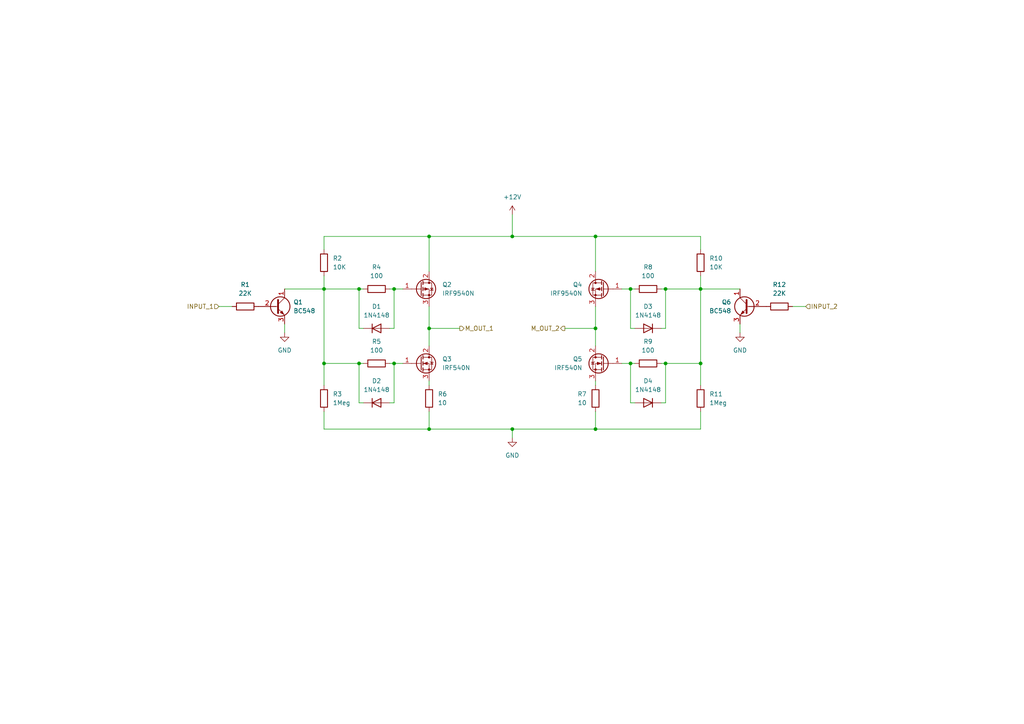
<source format=kicad_sch>
(kicad_sch (version 20211123) (generator eeschema)

  (uuid ad9a1db5-584d-4e03-944e-88ecb819b7c7)

  (paper "A4")

  (title_block
    (title "H-Bridge")
    (date "2022-07-13")
    (rev "2")
    (company "WEEE Open")
  )

  (lib_symbols
    (symbol "Device:R" (pin_numbers hide) (pin_names (offset 0)) (in_bom yes) (on_board yes)
      (property "Reference" "R" (id 0) (at 2.032 0 90)
        (effects (font (size 1.27 1.27)))
      )
      (property "Value" "R" (id 1) (at 0 0 90)
        (effects (font (size 1.27 1.27)))
      )
      (property "Footprint" "" (id 2) (at -1.778 0 90)
        (effects (font (size 1.27 1.27)) hide)
      )
      (property "Datasheet" "~" (id 3) (at 0 0 0)
        (effects (font (size 1.27 1.27)) hide)
      )
      (property "ki_keywords" "R res resistor" (id 4) (at 0 0 0)
        (effects (font (size 1.27 1.27)) hide)
      )
      (property "ki_description" "Resistor" (id 5) (at 0 0 0)
        (effects (font (size 1.27 1.27)) hide)
      )
      (property "ki_fp_filters" "R_*" (id 6) (at 0 0 0)
        (effects (font (size 1.27 1.27)) hide)
      )
      (symbol "R_0_1"
        (rectangle (start -1.016 -2.54) (end 1.016 2.54)
          (stroke (width 0.254) (type default) (color 0 0 0 0))
          (fill (type none))
        )
      )
      (symbol "R_1_1"
        (pin passive line (at 0 3.81 270) (length 1.27)
          (name "~" (effects (font (size 1.27 1.27))))
          (number "1" (effects (font (size 1.27 1.27))))
        )
        (pin passive line (at 0 -3.81 90) (length 1.27)
          (name "~" (effects (font (size 1.27 1.27))))
          (number "2" (effects (font (size 1.27 1.27))))
        )
      )
    )
    (symbol "Diode:1N4148" (pin_numbers hide) (pin_names (offset 1.016) hide) (in_bom yes) (on_board yes)
      (property "Reference" "D" (id 0) (at 0 2.54 0)
        (effects (font (size 1.27 1.27)))
      )
      (property "Value" "1N4148" (id 1) (at 0 -2.54 0)
        (effects (font (size 1.27 1.27)))
      )
      (property "Footprint" "Diode_THT:D_DO-35_SOD27_P7.62mm_Horizontal" (id 2) (at 0 -4.445 0)
        (effects (font (size 1.27 1.27)) hide)
      )
      (property "Datasheet" "https://assets.nexperia.com/documents/data-sheet/1N4148_1N4448.pdf" (id 3) (at 0 0 0)
        (effects (font (size 1.27 1.27)) hide)
      )
      (property "ki_keywords" "diode" (id 4) (at 0 0 0)
        (effects (font (size 1.27 1.27)) hide)
      )
      (property "ki_description" "100V 0.15A standard switching diode, DO-35" (id 5) (at 0 0 0)
        (effects (font (size 1.27 1.27)) hide)
      )
      (property "ki_fp_filters" "D*DO?35*" (id 6) (at 0 0 0)
        (effects (font (size 1.27 1.27)) hide)
      )
      (symbol "1N4148_0_1"
        (polyline
          (pts
            (xy -1.27 1.27)
            (xy -1.27 -1.27)
          )
          (stroke (width 0.254) (type default) (color 0 0 0 0))
          (fill (type none))
        )
        (polyline
          (pts
            (xy 1.27 0)
            (xy -1.27 0)
          )
          (stroke (width 0) (type default) (color 0 0 0 0))
          (fill (type none))
        )
        (polyline
          (pts
            (xy 1.27 1.27)
            (xy 1.27 -1.27)
            (xy -1.27 0)
            (xy 1.27 1.27)
          )
          (stroke (width 0.254) (type default) (color 0 0 0 0))
          (fill (type none))
        )
      )
      (symbol "1N4148_1_1"
        (pin passive line (at -3.81 0 0) (length 2.54)
          (name "K" (effects (font (size 1.27 1.27))))
          (number "1" (effects (font (size 1.27 1.27))))
        )
        (pin passive line (at 3.81 0 180) (length 2.54)
          (name "A" (effects (font (size 1.27 1.27))))
          (number "2" (effects (font (size 1.27 1.27))))
        )
      )
    )
    (symbol "Transistor_BJT:BC548" (pin_names (offset 0) hide) (in_bom yes) (on_board yes)
      (property "Reference" "Q" (id 0) (at 5.08 1.905 0)
        (effects (font (size 1.27 1.27)) (justify left))
      )
      (property "Value" "BC548" (id 1) (at 5.08 0 0)
        (effects (font (size 1.27 1.27)) (justify left))
      )
      (property "Footprint" "Package_TO_SOT_THT:TO-92_Inline" (id 2) (at 5.08 -1.905 0)
        (effects (font (size 1.27 1.27) italic) (justify left) hide)
      )
      (property "Datasheet" "https://www.onsemi.com/pub/Collateral/BC550-D.pdf" (id 3) (at 0 0 0)
        (effects (font (size 1.27 1.27)) (justify left) hide)
      )
      (property "ki_keywords" "NPN Transistor" (id 4) (at 0 0 0)
        (effects (font (size 1.27 1.27)) hide)
      )
      (property "ki_description" "0.1A Ic, 30V Vce, Small Signal NPN Transistor, TO-92" (id 5) (at 0 0 0)
        (effects (font (size 1.27 1.27)) hide)
      )
      (property "ki_fp_filters" "TO?92*" (id 6) (at 0 0 0)
        (effects (font (size 1.27 1.27)) hide)
      )
      (symbol "BC548_0_1"
        (polyline
          (pts
            (xy 0 0)
            (xy 0.635 0)
          )
          (stroke (width 0) (type default) (color 0 0 0 0))
          (fill (type none))
        )
        (polyline
          (pts
            (xy 0.635 0.635)
            (xy 2.54 2.54)
          )
          (stroke (width 0) (type default) (color 0 0 0 0))
          (fill (type none))
        )
        (polyline
          (pts
            (xy 0.635 -0.635)
            (xy 2.54 -2.54)
            (xy 2.54 -2.54)
          )
          (stroke (width 0) (type default) (color 0 0 0 0))
          (fill (type none))
        )
        (polyline
          (pts
            (xy 0.635 1.905)
            (xy 0.635 -1.905)
            (xy 0.635 -1.905)
          )
          (stroke (width 0.508) (type default) (color 0 0 0 0))
          (fill (type none))
        )
        (polyline
          (pts
            (xy 1.27 -1.778)
            (xy 1.778 -1.27)
            (xy 2.286 -2.286)
            (xy 1.27 -1.778)
            (xy 1.27 -1.778)
          )
          (stroke (width 0) (type default) (color 0 0 0 0))
          (fill (type outline))
        )
        (circle (center 1.27 0) (radius 2.8194)
          (stroke (width 0.254) (type default) (color 0 0 0 0))
          (fill (type none))
        )
      )
      (symbol "BC548_1_1"
        (pin passive line (at 2.54 5.08 270) (length 2.54)
          (name "C" (effects (font (size 1.27 1.27))))
          (number "1" (effects (font (size 1.27 1.27))))
        )
        (pin input line (at -5.08 0 0) (length 5.08)
          (name "B" (effects (font (size 1.27 1.27))))
          (number "2" (effects (font (size 1.27 1.27))))
        )
        (pin passive line (at 2.54 -5.08 90) (length 2.54)
          (name "E" (effects (font (size 1.27 1.27))))
          (number "3" (effects (font (size 1.27 1.27))))
        )
      )
    )
    (symbol "Transistor_FET:IRF540N" (pin_names hide) (in_bom yes) (on_board yes)
      (property "Reference" "Q" (id 0) (at 6.35 1.905 0)
        (effects (font (size 1.27 1.27)) (justify left))
      )
      (property "Value" "IRF540N" (id 1) (at 6.35 0 0)
        (effects (font (size 1.27 1.27)) (justify left))
      )
      (property "Footprint" "Package_TO_SOT_THT:TO-220-3_Vertical" (id 2) (at 6.35 -1.905 0)
        (effects (font (size 1.27 1.27) italic) (justify left) hide)
      )
      (property "Datasheet" "http://www.irf.com/product-info/datasheets/data/irf540n.pdf" (id 3) (at 0 0 0)
        (effects (font (size 1.27 1.27)) (justify left) hide)
      )
      (property "ki_keywords" "HEXFET N-Channel MOSFET" (id 4) (at 0 0 0)
        (effects (font (size 1.27 1.27)) hide)
      )
      (property "ki_description" "33A Id, 100V Vds, HEXFET N-Channel MOSFET, TO-220" (id 5) (at 0 0 0)
        (effects (font (size 1.27 1.27)) hide)
      )
      (property "ki_fp_filters" "TO?220*" (id 6) (at 0 0 0)
        (effects (font (size 1.27 1.27)) hide)
      )
      (symbol "IRF540N_0_1"
        (polyline
          (pts
            (xy 0.254 0)
            (xy -2.54 0)
          )
          (stroke (width 0) (type default) (color 0 0 0 0))
          (fill (type none))
        )
        (polyline
          (pts
            (xy 0.254 1.905)
            (xy 0.254 -1.905)
          )
          (stroke (width 0.254) (type default) (color 0 0 0 0))
          (fill (type none))
        )
        (polyline
          (pts
            (xy 0.762 -1.27)
            (xy 0.762 -2.286)
          )
          (stroke (width 0.254) (type default) (color 0 0 0 0))
          (fill (type none))
        )
        (polyline
          (pts
            (xy 0.762 0.508)
            (xy 0.762 -0.508)
          )
          (stroke (width 0.254) (type default) (color 0 0 0 0))
          (fill (type none))
        )
        (polyline
          (pts
            (xy 0.762 2.286)
            (xy 0.762 1.27)
          )
          (stroke (width 0.254) (type default) (color 0 0 0 0))
          (fill (type none))
        )
        (polyline
          (pts
            (xy 2.54 2.54)
            (xy 2.54 1.778)
          )
          (stroke (width 0) (type default) (color 0 0 0 0))
          (fill (type none))
        )
        (polyline
          (pts
            (xy 2.54 -2.54)
            (xy 2.54 0)
            (xy 0.762 0)
          )
          (stroke (width 0) (type default) (color 0 0 0 0))
          (fill (type none))
        )
        (polyline
          (pts
            (xy 0.762 -1.778)
            (xy 3.302 -1.778)
            (xy 3.302 1.778)
            (xy 0.762 1.778)
          )
          (stroke (width 0) (type default) (color 0 0 0 0))
          (fill (type none))
        )
        (polyline
          (pts
            (xy 1.016 0)
            (xy 2.032 0.381)
            (xy 2.032 -0.381)
            (xy 1.016 0)
          )
          (stroke (width 0) (type default) (color 0 0 0 0))
          (fill (type outline))
        )
        (polyline
          (pts
            (xy 2.794 0.508)
            (xy 2.921 0.381)
            (xy 3.683 0.381)
            (xy 3.81 0.254)
          )
          (stroke (width 0) (type default) (color 0 0 0 0))
          (fill (type none))
        )
        (polyline
          (pts
            (xy 3.302 0.381)
            (xy 2.921 -0.254)
            (xy 3.683 -0.254)
            (xy 3.302 0.381)
          )
          (stroke (width 0) (type default) (color 0 0 0 0))
          (fill (type none))
        )
        (circle (center 1.651 0) (radius 2.794)
          (stroke (width 0.254) (type default) (color 0 0 0 0))
          (fill (type none))
        )
        (circle (center 2.54 -1.778) (radius 0.254)
          (stroke (width 0) (type default) (color 0 0 0 0))
          (fill (type outline))
        )
        (circle (center 2.54 1.778) (radius 0.254)
          (stroke (width 0) (type default) (color 0 0 0 0))
          (fill (type outline))
        )
      )
      (symbol "IRF540N_1_1"
        (pin input line (at -5.08 0 0) (length 2.54)
          (name "G" (effects (font (size 1.27 1.27))))
          (number "1" (effects (font (size 1.27 1.27))))
        )
        (pin passive line (at 2.54 5.08 270) (length 2.54)
          (name "D" (effects (font (size 1.27 1.27))))
          (number "2" (effects (font (size 1.27 1.27))))
        )
        (pin passive line (at 2.54 -5.08 90) (length 2.54)
          (name "S" (effects (font (size 1.27 1.27))))
          (number "3" (effects (font (size 1.27 1.27))))
        )
      )
    )
    (symbol "Transistor_FET:IRF9540N" (pin_names hide) (in_bom yes) (on_board yes)
      (property "Reference" "Q" (id 0) (at 5.08 1.905 0)
        (effects (font (size 1.27 1.27)) (justify left))
      )
      (property "Value" "IRF9540N" (id 1) (at 5.08 0 0)
        (effects (font (size 1.27 1.27)) (justify left))
      )
      (property "Footprint" "Package_TO_SOT_THT:TO-220-3_Vertical" (id 2) (at 5.08 -1.905 0)
        (effects (font (size 1.27 1.27) italic) (justify left) hide)
      )
      (property "Datasheet" "http://www.irf.com/product-info/datasheets/data/irf9540n.pdf" (id 3) (at 0 0 0)
        (effects (font (size 1.27 1.27)) (justify left) hide)
      )
      (property "ki_keywords" "P-Channel MOSFET HEXFET" (id 4) (at 0 0 0)
        (effects (font (size 1.27 1.27)) hide)
      )
      (property "ki_description" "-23A Id, -100V Vds, 117mOhm Rds, P-Channel HEXFET Power MOSFET, TO-220" (id 5) (at 0 0 0)
        (effects (font (size 1.27 1.27)) hide)
      )
      (property "ki_fp_filters" "TO?220*" (id 6) (at 0 0 0)
        (effects (font (size 1.27 1.27)) hide)
      )
      (symbol "IRF9540N_0_1"
        (polyline
          (pts
            (xy 0.254 0)
            (xy -2.54 0)
          )
          (stroke (width 0) (type default) (color 0 0 0 0))
          (fill (type none))
        )
        (polyline
          (pts
            (xy 0.254 1.905)
            (xy 0.254 -1.905)
          )
          (stroke (width 0.254) (type default) (color 0 0 0 0))
          (fill (type none))
        )
        (polyline
          (pts
            (xy 0.762 -1.27)
            (xy 0.762 -2.286)
          )
          (stroke (width 0.254) (type default) (color 0 0 0 0))
          (fill (type none))
        )
        (polyline
          (pts
            (xy 0.762 0.508)
            (xy 0.762 -0.508)
          )
          (stroke (width 0.254) (type default) (color 0 0 0 0))
          (fill (type none))
        )
        (polyline
          (pts
            (xy 0.762 2.286)
            (xy 0.762 1.27)
          )
          (stroke (width 0.254) (type default) (color 0 0 0 0))
          (fill (type none))
        )
        (polyline
          (pts
            (xy 2.54 2.54)
            (xy 2.54 1.778)
          )
          (stroke (width 0) (type default) (color 0 0 0 0))
          (fill (type none))
        )
        (polyline
          (pts
            (xy 2.54 -2.54)
            (xy 2.54 0)
            (xy 0.762 0)
          )
          (stroke (width 0) (type default) (color 0 0 0 0))
          (fill (type none))
        )
        (polyline
          (pts
            (xy 0.762 1.778)
            (xy 3.302 1.778)
            (xy 3.302 -1.778)
            (xy 0.762 -1.778)
          )
          (stroke (width 0) (type default) (color 0 0 0 0))
          (fill (type none))
        )
        (polyline
          (pts
            (xy 2.286 0)
            (xy 1.27 0.381)
            (xy 1.27 -0.381)
            (xy 2.286 0)
          )
          (stroke (width 0) (type default) (color 0 0 0 0))
          (fill (type outline))
        )
        (polyline
          (pts
            (xy 2.794 -0.508)
            (xy 2.921 -0.381)
            (xy 3.683 -0.381)
            (xy 3.81 -0.254)
          )
          (stroke (width 0) (type default) (color 0 0 0 0))
          (fill (type none))
        )
        (polyline
          (pts
            (xy 3.302 -0.381)
            (xy 2.921 0.254)
            (xy 3.683 0.254)
            (xy 3.302 -0.381)
          )
          (stroke (width 0) (type default) (color 0 0 0 0))
          (fill (type none))
        )
        (circle (center 1.651 0) (radius 2.794)
          (stroke (width 0.254) (type default) (color 0 0 0 0))
          (fill (type none))
        )
        (circle (center 2.54 -1.778) (radius 0.254)
          (stroke (width 0) (type default) (color 0 0 0 0))
          (fill (type outline))
        )
        (circle (center 2.54 1.778) (radius 0.254)
          (stroke (width 0) (type default) (color 0 0 0 0))
          (fill (type outline))
        )
      )
      (symbol "IRF9540N_1_1"
        (pin input line (at -5.08 0 0) (length 2.54)
          (name "G" (effects (font (size 1.27 1.27))))
          (number "1" (effects (font (size 1.27 1.27))))
        )
        (pin passive line (at 2.54 5.08 270) (length 2.54)
          (name "D" (effects (font (size 1.27 1.27))))
          (number "2" (effects (font (size 1.27 1.27))))
        )
        (pin passive line (at 2.54 -5.08 90) (length 2.54)
          (name "S" (effects (font (size 1.27 1.27))))
          (number "3" (effects (font (size 1.27 1.27))))
        )
      )
    )
    (symbol "power:+12V" (power) (pin_names (offset 0)) (in_bom yes) (on_board yes)
      (property "Reference" "#PWR" (id 0) (at 0 -3.81 0)
        (effects (font (size 1.27 1.27)) hide)
      )
      (property "Value" "+12V" (id 1) (at 0 3.556 0)
        (effects (font (size 1.27 1.27)))
      )
      (property "Footprint" "" (id 2) (at 0 0 0)
        (effects (font (size 1.27 1.27)) hide)
      )
      (property "Datasheet" "" (id 3) (at 0 0 0)
        (effects (font (size 1.27 1.27)) hide)
      )
      (property "ki_keywords" "power-flag" (id 4) (at 0 0 0)
        (effects (font (size 1.27 1.27)) hide)
      )
      (property "ki_description" "Power symbol creates a global label with name \"+12V\"" (id 5) (at 0 0 0)
        (effects (font (size 1.27 1.27)) hide)
      )
      (symbol "+12V_0_1"
        (polyline
          (pts
            (xy -0.762 1.27)
            (xy 0 2.54)
          )
          (stroke (width 0) (type default) (color 0 0 0 0))
          (fill (type none))
        )
        (polyline
          (pts
            (xy 0 0)
            (xy 0 2.54)
          )
          (stroke (width 0) (type default) (color 0 0 0 0))
          (fill (type none))
        )
        (polyline
          (pts
            (xy 0 2.54)
            (xy 0.762 1.27)
          )
          (stroke (width 0) (type default) (color 0 0 0 0))
          (fill (type none))
        )
      )
      (symbol "+12V_1_1"
        (pin power_in line (at 0 0 90) (length 0) hide
          (name "+12V" (effects (font (size 1.27 1.27))))
          (number "1" (effects (font (size 1.27 1.27))))
        )
      )
    )
    (symbol "power:GND" (power) (pin_names (offset 0)) (in_bom yes) (on_board yes)
      (property "Reference" "#PWR" (id 0) (at 0 -6.35 0)
        (effects (font (size 1.27 1.27)) hide)
      )
      (property "Value" "GND" (id 1) (at 0 -3.81 0)
        (effects (font (size 1.27 1.27)))
      )
      (property "Footprint" "" (id 2) (at 0 0 0)
        (effects (font (size 1.27 1.27)) hide)
      )
      (property "Datasheet" "" (id 3) (at 0 0 0)
        (effects (font (size 1.27 1.27)) hide)
      )
      (property "ki_keywords" "power-flag" (id 4) (at 0 0 0)
        (effects (font (size 1.27 1.27)) hide)
      )
      (property "ki_description" "Power symbol creates a global label with name \"GND\" , ground" (id 5) (at 0 0 0)
        (effects (font (size 1.27 1.27)) hide)
      )
      (symbol "GND_0_1"
        (polyline
          (pts
            (xy 0 0)
            (xy 0 -1.27)
            (xy 1.27 -1.27)
            (xy 0 -2.54)
            (xy -1.27 -1.27)
            (xy 0 -1.27)
          )
          (stroke (width 0) (type default) (color 0 0 0 0))
          (fill (type none))
        )
      )
      (symbol "GND_1_1"
        (pin power_in line (at 0 0 270) (length 0) hide
          (name "GND" (effects (font (size 1.27 1.27))))
          (number "1" (effects (font (size 1.27 1.27))))
        )
      )
    )
  )

  (junction (at 172.72 124.46) (diameter 0) (color 0 0 0 0)
    (uuid 03eb4686-d1c5-41cb-9d98-a7adc9fc0c2a)
  )
  (junction (at 124.46 95.25) (diameter 0) (color 0 0 0 0)
    (uuid 12f166da-f35e-41c4-b17e-c9e5d805a920)
  )
  (junction (at 203.2 83.82) (diameter 0) (color 0 0 0 0)
    (uuid 357539a4-3490-4b5a-bacf-d7b01456e747)
  )
  (junction (at 203.2 105.41) (diameter 0) (color 0 0 0 0)
    (uuid 3fd6d5bd-2b0b-4bd7-9ccc-502769235ece)
  )
  (junction (at 182.88 83.82) (diameter 0) (color 0 0 0 0)
    (uuid 68324b56-b2f5-49e2-bb77-9b7c7b9f7fa0)
  )
  (junction (at 124.46 124.46) (diameter 0) (color 0 0 0 0)
    (uuid 764822af-c993-467d-bfbb-3adf9d256a98)
  )
  (junction (at 148.59 68.58) (diameter 0) (color 0 0 0 0)
    (uuid 8f7bc349-64c0-4fbc-9e33-5285ada75a25)
  )
  (junction (at 93.98 83.82) (diameter 0) (color 0 0 0 0)
    (uuid 953e84ea-b277-4f86-8d2d-bcd114db5f66)
  )
  (junction (at 114.3 105.41) (diameter 0) (color 0 0 0 0)
    (uuid 965a76e5-cb17-479f-a43f-f64770177dcf)
  )
  (junction (at 172.72 68.58) (diameter 0) (color 0 0 0 0)
    (uuid 996c8efe-1322-4496-82c3-734a1174d430)
  )
  (junction (at 182.88 105.41) (diameter 0) (color 0 0 0 0)
    (uuid b23ca4fa-02c0-463c-a6ac-bf7292943771)
  )
  (junction (at 114.3 83.82) (diameter 0) (color 0 0 0 0)
    (uuid b72aedd3-0654-4e1d-bb32-3c37067f251e)
  )
  (junction (at 93.98 105.41) (diameter 0) (color 0 0 0 0)
    (uuid b9b2fc33-2215-4991-ae1e-70c075a09fc6)
  )
  (junction (at 104.14 83.82) (diameter 0) (color 0 0 0 0)
    (uuid d1e500d3-1a3a-4b6f-ad61-22774cb3389a)
  )
  (junction (at 193.04 105.41) (diameter 0) (color 0 0 0 0)
    (uuid d57a5734-2475-40ef-b810-a931637869bd)
  )
  (junction (at 148.59 124.46) (diameter 0) (color 0 0 0 0)
    (uuid d6e24702-7eb2-429f-9f9c-fa0ed1acb556)
  )
  (junction (at 172.72 95.25) (diameter 0) (color 0 0 0 0)
    (uuid d7a70c86-c8e9-421a-b7af-e63995088b00)
  )
  (junction (at 124.46 68.58) (diameter 0) (color 0 0 0 0)
    (uuid d9e5b205-af7f-4c05-b914-64370c997467)
  )
  (junction (at 193.04 83.82) (diameter 0) (color 0 0 0 0)
    (uuid e183c86e-2df8-4f3b-a66f-db09c45648fc)
  )
  (junction (at 104.14 105.41) (diameter 0) (color 0 0 0 0)
    (uuid ebe2952c-c05a-40dc-a37d-44d87d101177)
  )

  (wire (pts (xy 104.14 105.41) (xy 105.41 105.41))
    (stroke (width 0) (type default) (color 0 0 0 0))
    (uuid 0070d523-f76c-4538-b9cc-dc78879f2399)
  )
  (wire (pts (xy 124.46 110.49) (xy 124.46 111.76))
    (stroke (width 0) (type default) (color 0 0 0 0))
    (uuid 05220893-981f-4ec5-bb31-256657b4b68a)
  )
  (wire (pts (xy 203.2 83.82) (xy 193.04 83.82))
    (stroke (width 0) (type default) (color 0 0 0 0))
    (uuid 058e2d36-e41d-40c7-86d5-4c4a15682831)
  )
  (wire (pts (xy 113.03 95.25) (xy 114.3 95.25))
    (stroke (width 0) (type default) (color 0 0 0 0))
    (uuid 0601cc7a-c004-472e-88af-714a3be58059)
  )
  (wire (pts (xy 172.72 124.46) (xy 148.59 124.46))
    (stroke (width 0) (type default) (color 0 0 0 0))
    (uuid 09abdd06-3b2d-476b-8b97-f265c5b44446)
  )
  (wire (pts (xy 93.98 83.82) (xy 104.14 83.82))
    (stroke (width 0) (type default) (color 0 0 0 0))
    (uuid 0c503fdc-d2b2-430b-9ee1-705ae03b2714)
  )
  (wire (pts (xy 114.3 105.41) (xy 116.84 105.41))
    (stroke (width 0) (type default) (color 0 0 0 0))
    (uuid 1902abe0-7e16-4845-b967-fec069e0fba5)
  )
  (wire (pts (xy 184.15 105.41) (xy 182.88 105.41))
    (stroke (width 0) (type default) (color 0 0 0 0))
    (uuid 2105bed1-4c41-4b79-a3e1-e280380a145a)
  )
  (wire (pts (xy 124.46 95.25) (xy 124.46 100.33))
    (stroke (width 0) (type default) (color 0 0 0 0))
    (uuid 24570bef-cafb-4578-94e3-06d2d12119f1)
  )
  (wire (pts (xy 203.2 68.58) (xy 172.72 68.58))
    (stroke (width 0) (type default) (color 0 0 0 0))
    (uuid 28917214-c231-4e04-9068-eab4dd4a0bec)
  )
  (wire (pts (xy 93.98 83.82) (xy 82.55 83.82))
    (stroke (width 0) (type default) (color 0 0 0 0))
    (uuid 2ac25afc-7a96-44e9-ac2a-cdddf448b4f3)
  )
  (wire (pts (xy 182.88 116.84) (xy 182.88 105.41))
    (stroke (width 0) (type default) (color 0 0 0 0))
    (uuid 2cff3c2d-3ffd-454a-939f-fdee8e1d7de0)
  )
  (wire (pts (xy 93.98 105.41) (xy 93.98 111.76))
    (stroke (width 0) (type default) (color 0 0 0 0))
    (uuid 2e6dff72-bdeb-47a2-89bc-c82caeab8b01)
  )
  (wire (pts (xy 191.77 116.84) (xy 193.04 116.84))
    (stroke (width 0) (type default) (color 0 0 0 0))
    (uuid 2fd0bb96-a3d8-42c2-91d3-651c9b9ef46f)
  )
  (wire (pts (xy 124.46 124.46) (xy 148.59 124.46))
    (stroke (width 0) (type default) (color 0 0 0 0))
    (uuid 37155aed-dd81-4932-a0b9-45f5e5661448)
  )
  (wire (pts (xy 203.2 83.82) (xy 214.63 83.82))
    (stroke (width 0) (type default) (color 0 0 0 0))
    (uuid 39eb1ead-a1f2-48b8-ac52-844228e31f81)
  )
  (wire (pts (xy 124.46 119.38) (xy 124.46 124.46))
    (stroke (width 0) (type default) (color 0 0 0 0))
    (uuid 3a355772-2efc-48d8-93cd-7c86be051493)
  )
  (wire (pts (xy 172.72 119.38) (xy 172.72 124.46))
    (stroke (width 0) (type default) (color 0 0 0 0))
    (uuid 3a4ea3bf-6539-4278-a2f4-a65211e540cb)
  )
  (wire (pts (xy 114.3 116.84) (xy 114.3 105.41))
    (stroke (width 0) (type default) (color 0 0 0 0))
    (uuid 3ac18e3b-9ea3-4ff5-a523-790568e332d0)
  )
  (wire (pts (xy 203.2 105.41) (xy 203.2 83.82))
    (stroke (width 0) (type default) (color 0 0 0 0))
    (uuid 4434dcdd-6faa-40aa-84d8-ef8d1f59eefb)
  )
  (wire (pts (xy 113.03 105.41) (xy 114.3 105.41))
    (stroke (width 0) (type default) (color 0 0 0 0))
    (uuid 4852c4cc-964a-4bf6-ad57-08b4232bcab7)
  )
  (wire (pts (xy 104.14 95.25) (xy 104.14 83.82))
    (stroke (width 0) (type default) (color 0 0 0 0))
    (uuid 4c5df7a3-46b5-4288-b85f-de21b761146e)
  )
  (wire (pts (xy 124.46 68.58) (xy 148.59 68.58))
    (stroke (width 0) (type default) (color 0 0 0 0))
    (uuid 4dd55b2f-23b7-4ce2-b9c7-4a381fd278c6)
  )
  (wire (pts (xy 193.04 116.84) (xy 193.04 105.41))
    (stroke (width 0) (type default) (color 0 0 0 0))
    (uuid 535f60b8-505c-43f9-bd07-61d0e7f0c962)
  )
  (wire (pts (xy 93.98 124.46) (xy 124.46 124.46))
    (stroke (width 0) (type default) (color 0 0 0 0))
    (uuid 53b52dbe-2191-492e-8973-f118fee8ed99)
  )
  (wire (pts (xy 191.77 95.25) (xy 193.04 95.25))
    (stroke (width 0) (type default) (color 0 0 0 0))
    (uuid 55762db1-d548-4655-b169-50eba52ec63f)
  )
  (wire (pts (xy 172.72 88.9) (xy 172.72 95.25))
    (stroke (width 0) (type default) (color 0 0 0 0))
    (uuid 596d5e73-3c06-4fbc-a52a-979390926f86)
  )
  (wire (pts (xy 203.2 119.38) (xy 203.2 124.46))
    (stroke (width 0) (type default) (color 0 0 0 0))
    (uuid 5c7d4f0d-fa96-4d04-aa29-b04990f22d34)
  )
  (wire (pts (xy 203.2 105.41) (xy 203.2 111.76))
    (stroke (width 0) (type default) (color 0 0 0 0))
    (uuid 6769cb9d-ba5c-42eb-8b13-6caa4e10d7f2)
  )
  (wire (pts (xy 93.98 72.39) (xy 93.98 68.58))
    (stroke (width 0) (type default) (color 0 0 0 0))
    (uuid 6c107961-53d3-4e8c-aefc-76e1cacac5ea)
  )
  (wire (pts (xy 148.59 62.23) (xy 148.59 68.58))
    (stroke (width 0) (type default) (color 0 0 0 0))
    (uuid 6ea7a2b5-1cb3-4f7e-9a01-20565cd7bf5e)
  )
  (wire (pts (xy 124.46 95.25) (xy 133.35 95.25))
    (stroke (width 0) (type default) (color 0 0 0 0))
    (uuid 71a97e8f-8d2c-4c04-a310-c57ce82fed3d)
  )
  (wire (pts (xy 113.03 83.82) (xy 114.3 83.82))
    (stroke (width 0) (type default) (color 0 0 0 0))
    (uuid 71dd092a-697f-4e7e-9fb4-a4b61f542af7)
  )
  (wire (pts (xy 182.88 95.25) (xy 182.88 83.82))
    (stroke (width 0) (type default) (color 0 0 0 0))
    (uuid 74c4ae57-dc0a-4027-bf2b-9106392b7f09)
  )
  (wire (pts (xy 63.5 88.9) (xy 67.31 88.9))
    (stroke (width 0) (type default) (color 0 0 0 0))
    (uuid 81982ccc-4654-4414-a678-a2ef071b0834)
  )
  (wire (pts (xy 114.3 95.25) (xy 114.3 83.82))
    (stroke (width 0) (type default) (color 0 0 0 0))
    (uuid 8410964b-521b-498d-9eff-038a7209f1a5)
  )
  (wire (pts (xy 104.14 83.82) (xy 105.41 83.82))
    (stroke (width 0) (type default) (color 0 0 0 0))
    (uuid 8520024b-1261-490d-9e86-e9591826c5d2)
  )
  (wire (pts (xy 182.88 83.82) (xy 180.34 83.82))
    (stroke (width 0) (type default) (color 0 0 0 0))
    (uuid 869193e4-c005-4732-871e-750f883dad16)
  )
  (wire (pts (xy 184.15 116.84) (xy 182.88 116.84))
    (stroke (width 0) (type default) (color 0 0 0 0))
    (uuid 86d8b9a4-a7e3-4a81-871a-6c51e94b4c32)
  )
  (wire (pts (xy 214.63 93.98) (xy 214.63 96.52))
    (stroke (width 0) (type default) (color 0 0 0 0))
    (uuid 870299a3-c55f-4247-8eea-8a6447e51d95)
  )
  (wire (pts (xy 193.04 105.41) (xy 191.77 105.41))
    (stroke (width 0) (type default) (color 0 0 0 0))
    (uuid 8ab361a7-9567-4620-852b-16e8af915e78)
  )
  (wire (pts (xy 233.68 88.9) (xy 229.87 88.9))
    (stroke (width 0) (type default) (color 0 0 0 0))
    (uuid 8c194d77-666a-47df-ac99-adc186957b5a)
  )
  (wire (pts (xy 172.72 95.25) (xy 163.83 95.25))
    (stroke (width 0) (type default) (color 0 0 0 0))
    (uuid 8dfabb03-f712-4420-9a17-a7c3389b9b0b)
  )
  (wire (pts (xy 172.72 95.25) (xy 172.72 100.33))
    (stroke (width 0) (type default) (color 0 0 0 0))
    (uuid 901ff62c-840a-42ba-b68a-3055188f6af9)
  )
  (wire (pts (xy 182.88 105.41) (xy 180.34 105.41))
    (stroke (width 0) (type default) (color 0 0 0 0))
    (uuid 92e91000-baed-441b-ba59-035b9f0a40e7)
  )
  (wire (pts (xy 172.72 110.49) (xy 172.72 111.76))
    (stroke (width 0) (type default) (color 0 0 0 0))
    (uuid 9321d4a1-76ec-459c-aa84-eb65cc5880a4)
  )
  (wire (pts (xy 93.98 105.41) (xy 93.98 83.82))
    (stroke (width 0) (type default) (color 0 0 0 0))
    (uuid 93891f54-173c-436f-b6a6-130f5745802b)
  )
  (wire (pts (xy 193.04 105.41) (xy 203.2 105.41))
    (stroke (width 0) (type default) (color 0 0 0 0))
    (uuid 95704304-da64-4fa1-8862-1a95014d2811)
  )
  (wire (pts (xy 104.14 116.84) (xy 104.14 105.41))
    (stroke (width 0) (type default) (color 0 0 0 0))
    (uuid 99c61441-9d80-4025-85db-302d271bf2e0)
  )
  (wire (pts (xy 203.2 124.46) (xy 172.72 124.46))
    (stroke (width 0) (type default) (color 0 0 0 0))
    (uuid ac85269b-ef18-496d-bcfc-05e6a2522979)
  )
  (wire (pts (xy 148.59 124.46) (xy 148.59 127))
    (stroke (width 0) (type default) (color 0 0 0 0))
    (uuid ad014fff-754b-4cfd-a16b-c364b845981a)
  )
  (wire (pts (xy 184.15 95.25) (xy 182.88 95.25))
    (stroke (width 0) (type default) (color 0 0 0 0))
    (uuid b7954d70-2400-4663-9a33-409bc25c35b8)
  )
  (wire (pts (xy 193.04 83.82) (xy 191.77 83.82))
    (stroke (width 0) (type default) (color 0 0 0 0))
    (uuid bc4a173d-d7f5-4cb7-a61b-dd878de8277a)
  )
  (wire (pts (xy 172.72 68.58) (xy 172.72 78.74))
    (stroke (width 0) (type default) (color 0 0 0 0))
    (uuid beca4077-15cc-470b-822b-9fc977981de2)
  )
  (wire (pts (xy 172.72 68.58) (xy 148.59 68.58))
    (stroke (width 0) (type default) (color 0 0 0 0))
    (uuid c0733117-5f4f-4182-9946-0e1aad4653cb)
  )
  (wire (pts (xy 113.03 116.84) (xy 114.3 116.84))
    (stroke (width 0) (type default) (color 0 0 0 0))
    (uuid c26dc31b-57e4-432a-b983-1c6aa98aa28c)
  )
  (wire (pts (xy 193.04 95.25) (xy 193.04 83.82))
    (stroke (width 0) (type default) (color 0 0 0 0))
    (uuid c54a9df3-b11f-4f3a-97f8-29da5093871b)
  )
  (wire (pts (xy 124.46 88.9) (xy 124.46 95.25))
    (stroke (width 0) (type default) (color 0 0 0 0))
    (uuid ca841ffc-94ed-4ea9-980e-1b2e10eb25fd)
  )
  (wire (pts (xy 93.98 68.58) (xy 124.46 68.58))
    (stroke (width 0) (type default) (color 0 0 0 0))
    (uuid d78240c9-1426-4fda-a7d7-414ddeb9d279)
  )
  (wire (pts (xy 93.98 119.38) (xy 93.98 124.46))
    (stroke (width 0) (type default) (color 0 0 0 0))
    (uuid dbcbf440-4625-44ec-b00e-a6c9c1bc63d1)
  )
  (wire (pts (xy 124.46 68.58) (xy 124.46 78.74))
    (stroke (width 0) (type default) (color 0 0 0 0))
    (uuid dd12fd66-3d53-445a-a964-98e75d73bdb5)
  )
  (wire (pts (xy 114.3 83.82) (xy 116.84 83.82))
    (stroke (width 0) (type default) (color 0 0 0 0))
    (uuid de760b52-f291-447f-a834-4682bbe5c7f6)
  )
  (wire (pts (xy 93.98 80.01) (xy 93.98 83.82))
    (stroke (width 0) (type default) (color 0 0 0 0))
    (uuid e8018c42-2051-43a0-939d-4157177db3d0)
  )
  (wire (pts (xy 105.41 116.84) (xy 104.14 116.84))
    (stroke (width 0) (type default) (color 0 0 0 0))
    (uuid ea09f810-f1b0-4ca4-b5db-5a29a1c4cb13)
  )
  (wire (pts (xy 104.14 105.41) (xy 93.98 105.41))
    (stroke (width 0) (type default) (color 0 0 0 0))
    (uuid ea98bb04-5797-49b3-9783-a48da6869b61)
  )
  (wire (pts (xy 203.2 72.39) (xy 203.2 68.58))
    (stroke (width 0) (type default) (color 0 0 0 0))
    (uuid ed118126-deec-4b1b-91b1-880704bfada3)
  )
  (wire (pts (xy 105.41 95.25) (xy 104.14 95.25))
    (stroke (width 0) (type default) (color 0 0 0 0))
    (uuid edf68589-694d-450c-bafa-ebfedcd36d95)
  )
  (wire (pts (xy 184.15 83.82) (xy 182.88 83.82))
    (stroke (width 0) (type default) (color 0 0 0 0))
    (uuid f2a05213-e5e7-4728-84c2-5801804051a5)
  )
  (wire (pts (xy 203.2 80.01) (xy 203.2 83.82))
    (stroke (width 0) (type default) (color 0 0 0 0))
    (uuid f75a76d1-42e8-4662-abc6-37800f011fff)
  )
  (wire (pts (xy 82.55 93.98) (xy 82.55 96.52))
    (stroke (width 0) (type default) (color 0 0 0 0))
    (uuid fb3ece0a-9c7e-44eb-b9c7-8d1bdc600812)
  )

  (hierarchical_label "M_OUT_2" (shape output) (at 163.83 95.25 180)
    (effects (font (size 1.27 1.27)) (justify right))
    (uuid 0c01f006-44cd-4320-9649-f562efbbab87)
  )
  (hierarchical_label "INPUT_1" (shape input) (at 63.5 88.9 180)
    (effects (font (size 1.27 1.27)) (justify right))
    (uuid 103e2210-d750-41f7-8452-921ade1576a9)
  )
  (hierarchical_label "INPUT_2" (shape input) (at 233.68 88.9 0)
    (effects (font (size 1.27 1.27)) (justify left))
    (uuid 3b4ae184-57fe-404b-b467-a09201e06db9)
  )
  (hierarchical_label "M_OUT_1" (shape output) (at 133.35 95.25 0)
    (effects (font (size 1.27 1.27)) (justify left))
    (uuid 686a6b69-5402-42c7-b53c-806408de62ea)
  )

  (symbol (lib_id "power:GND") (at 214.63 96.52 0) (mirror y) (unit 1)
    (in_bom yes) (on_board yes) (fields_autoplaced)
    (uuid 0156f5d6-648a-4679-952d-3a35fa79cb8a)
    (property "Reference" "#PWR06" (id 0) (at 214.63 102.87 0)
      (effects (font (size 1.27 1.27)) hide)
    )
    (property "Value" "~" (id 1) (at 214.63 101.6 0))
    (property "Footprint" "" (id 2) (at 214.63 96.52 0)
      (effects (font (size 1.27 1.27)) hide)
    )
    (property "Datasheet" "" (id 3) (at 214.63 96.52 0)
      (effects (font (size 1.27 1.27)) hide)
    )
    (pin "1" (uuid 7766f272-18aa-4318-be1c-2c14049daa28))
  )

  (symbol (lib_id "Device:R") (at 187.96 105.41 270) (mirror x) (unit 1)
    (in_bom yes) (on_board yes) (fields_autoplaced)
    (uuid 048a8591-9214-4af5-b618-b487cf9f78f2)
    (property "Reference" "R9" (id 0) (at 187.96 99.06 90))
    (property "Value" "100" (id 1) (at 187.96 101.6 90))
    (property "Footprint" "" (id 2) (at 187.96 107.188 90)
      (effects (font (size 1.27 1.27)) hide)
    )
    (property "Datasheet" "~" (id 3) (at 187.96 105.41 0)
      (effects (font (size 1.27 1.27)) hide)
    )
    (pin "1" (uuid 7391696e-e21e-4b27-9f69-e03d307cdfc7))
    (pin "2" (uuid 0528e9bf-8b0f-4806-8f5a-35b67e7c3cb0))
  )

  (symbol (lib_id "Device:R") (at 226.06 88.9 270) (mirror x) (unit 1)
    (in_bom yes) (on_board yes) (fields_autoplaced)
    (uuid 15f302fd-e56e-4d1c-b686-b44a2ded4f03)
    (property "Reference" "R12" (id 0) (at 226.06 82.55 90))
    (property "Value" "22K" (id 1) (at 226.06 85.09 90))
    (property "Footprint" "" (id 2) (at 226.06 90.678 90)
      (effects (font (size 1.27 1.27)) hide)
    )
    (property "Datasheet" "~" (id 3) (at 226.06 88.9 0)
      (effects (font (size 1.27 1.27)) hide)
    )
    (pin "1" (uuid a2f3d07d-4ac9-4edc-ba8e-7d6a0e8fbe05))
    (pin "2" (uuid 57555e70-aa45-4b18-b867-6cebf2f204c8))
  )

  (symbol (lib_id "power:GND") (at 82.55 96.52 0) (unit 1)
    (in_bom yes) (on_board yes) (fields_autoplaced)
    (uuid 198c5cea-d7ea-475d-83ac-52aef834a449)
    (property "Reference" "#PWR03" (id 0) (at 82.55 102.87 0)
      (effects (font (size 1.27 1.27)) hide)
    )
    (property "Value" "~" (id 1) (at 82.55 101.6 0))
    (property "Footprint" "" (id 2) (at 82.55 96.52 0)
      (effects (font (size 1.27 1.27)) hide)
    )
    (property "Datasheet" "" (id 3) (at 82.55 96.52 0)
      (effects (font (size 1.27 1.27)) hide)
    )
    (pin "1" (uuid 21dd70c2-a0a6-4909-b644-e7ea9b24684a))
  )

  (symbol (lib_id "Transistor_FET:IRF540N") (at 121.92 105.41 0) (unit 1)
    (in_bom yes) (on_board yes) (fields_autoplaced)
    (uuid 1d88373c-3c78-4860-ba9c-9b583a43caa4)
    (property "Reference" "Q3" (id 0) (at 128.27 104.1399 0)
      (effects (font (size 1.27 1.27)) (justify left))
    )
    (property "Value" "IRF540N" (id 1) (at 128.27 106.6799 0)
      (effects (font (size 1.27 1.27)) (justify left))
    )
    (property "Footprint" "Package_TO_SOT_THT:TO-220-3_Vertical" (id 2) (at 128.27 107.315 0)
      (effects (font (size 1.27 1.27) italic) (justify left) hide)
    )
    (property "Datasheet" "http://www.irf.com/product-info/datasheets/data/irf540n.pdf" (id 3) (at 121.92 105.41 0)
      (effects (font (size 1.27 1.27)) (justify left) hide)
    )
    (pin "1" (uuid 7a420162-70ff-4ac1-b2cb-5f94a7756c64))
    (pin "2" (uuid ba832570-786b-4b62-bd9b-194e6315a834))
    (pin "3" (uuid e01102db-db5a-4589-b108-3642e6d78320))
  )

  (symbol (lib_id "Device:R") (at 109.22 83.82 90) (unit 1)
    (in_bom yes) (on_board yes) (fields_autoplaced)
    (uuid 29a6c22a-7668-43b2-8761-84381278ab1a)
    (property "Reference" "R4" (id 0) (at 109.22 77.47 90))
    (property "Value" "100" (id 1) (at 109.22 80.01 90))
    (property "Footprint" "" (id 2) (at 109.22 85.598 90)
      (effects (font (size 1.27 1.27)) hide)
    )
    (property "Datasheet" "~" (id 3) (at 109.22 83.82 0)
      (effects (font (size 1.27 1.27)) hide)
    )
    (pin "1" (uuid d33662fc-603f-4650-bf7a-b0df840b6350))
    (pin "2" (uuid 03d109b8-841e-468d-b44c-213e56577f62))
  )

  (symbol (lib_id "Device:R") (at 93.98 76.2 0) (unit 1)
    (in_bom yes) (on_board yes) (fields_autoplaced)
    (uuid 2a42fdac-4719-4882-adb1-179d09119b1d)
    (property "Reference" "R2" (id 0) (at 96.52 74.9299 0)
      (effects (font (size 1.27 1.27)) (justify left))
    )
    (property "Value" "10K" (id 1) (at 96.52 77.4699 0)
      (effects (font (size 1.27 1.27)) (justify left))
    )
    (property "Footprint" "" (id 2) (at 92.202 76.2 90)
      (effects (font (size 1.27 1.27)) hide)
    )
    (property "Datasheet" "~" (id 3) (at 93.98 76.2 0)
      (effects (font (size 1.27 1.27)) hide)
    )
    (pin "1" (uuid 1183c0c6-7b97-4020-a0d4-08b7241acc34))
    (pin "2" (uuid e2d5931b-05a5-4dda-b7d8-d3506fe89843))
  )

  (symbol (lib_id "power:+12V") (at 148.59 62.23 0) (unit 1)
    (in_bom yes) (on_board yes) (fields_autoplaced)
    (uuid 35689522-ba9e-4903-9c6c-4d3fab05a7ba)
    (property "Reference" "#PWR04" (id 0) (at 148.59 66.04 0)
      (effects (font (size 1.27 1.27)) hide)
    )
    (property "Value" "+12V" (id 1) (at 148.59 57.15 0))
    (property "Footprint" "" (id 2) (at 148.59 62.23 0)
      (effects (font (size 1.27 1.27)) hide)
    )
    (property "Datasheet" "" (id 3) (at 148.59 62.23 0)
      (effects (font (size 1.27 1.27)) hide)
    )
    (pin "1" (uuid 643c6026-62ac-4452-b6eb-a60a79f74423))
  )

  (symbol (lib_id "Device:R") (at 93.98 115.57 0) (unit 1)
    (in_bom yes) (on_board yes) (fields_autoplaced)
    (uuid 612902c7-1e5b-454d-b0e4-919d0bb73a09)
    (property "Reference" "R3" (id 0) (at 96.52 114.2999 0)
      (effects (font (size 1.27 1.27)) (justify left))
    )
    (property "Value" "1Meg" (id 1) (at 96.52 116.8399 0)
      (effects (font (size 1.27 1.27)) (justify left))
    )
    (property "Footprint" "" (id 2) (at 92.202 115.57 90)
      (effects (font (size 1.27 1.27)) hide)
    )
    (property "Datasheet" "~" (id 3) (at 93.98 115.57 0)
      (effects (font (size 1.27 1.27)) hide)
    )
    (pin "1" (uuid 8957417c-a903-4790-b4c7-d2580563ac43))
    (pin "2" (uuid a859363f-4649-4185-bf2d-ee70feb17067))
  )

  (symbol (lib_id "Transistor_BJT:BC548") (at 80.01 88.9 0) (unit 1)
    (in_bom yes) (on_board yes) (fields_autoplaced)
    (uuid 66586c18-bfe1-4477-a22b-3cad883389fd)
    (property "Reference" "Q1" (id 0) (at 85.09 87.6299 0)
      (effects (font (size 1.27 1.27)) (justify left))
    )
    (property "Value" "BC548" (id 1) (at 85.09 90.1699 0)
      (effects (font (size 1.27 1.27)) (justify left))
    )
    (property "Footprint" "Package_TO_SOT_THT:TO-92_Inline" (id 2) (at 85.09 90.805 0)
      (effects (font (size 1.27 1.27) italic) (justify left) hide)
    )
    (property "Datasheet" "https://www.onsemi.com/pub/Collateral/BC550-D.pdf" (id 3) (at 80.01 88.9 0)
      (effects (font (size 1.27 1.27)) (justify left) hide)
    )
    (pin "1" (uuid e41ecdda-9da5-4486-999e-79c91d9c6c1d))
    (pin "2" (uuid 1375c65f-6781-44c2-82b8-3e50a442c355))
    (pin "3" (uuid 5d90fce5-fff6-4299-a842-04d0b8e20f0b))
  )

  (symbol (lib_id "Diode:1N4148") (at 187.96 116.84 0) (mirror y) (unit 1)
    (in_bom yes) (on_board yes) (fields_autoplaced)
    (uuid 6bdb18ff-a6a2-449e-8282-d5a12e82eff0)
    (property "Reference" "D4" (id 0) (at 187.96 110.49 0))
    (property "Value" "1N4148" (id 1) (at 187.96 113.03 0))
    (property "Footprint" "Diode_THT:D_DO-35_SOD27_P7.62mm_Horizontal" (id 2) (at 187.96 121.285 0)
      (effects (font (size 1.27 1.27)) hide)
    )
    (property "Datasheet" "https://assets.nexperia.com/documents/data-sheet/1N4148_1N4448.pdf" (id 3) (at 187.96 116.84 0)
      (effects (font (size 1.27 1.27)) hide)
    )
    (pin "1" (uuid ff6cd744-a769-4d23-877f-a6f836ee5611))
    (pin "2" (uuid a17f8fcf-e78c-43a5-a9be-0bbed06f1e4b))
  )

  (symbol (lib_id "Device:R") (at 71.12 88.9 90) (unit 1)
    (in_bom yes) (on_board yes) (fields_autoplaced)
    (uuid 82d2347f-5038-4f78-8cb1-a85b7ec58929)
    (property "Reference" "R1" (id 0) (at 71.12 82.55 90))
    (property "Value" "22K" (id 1) (at 71.12 85.09 90))
    (property "Footprint" "" (id 2) (at 71.12 90.678 90)
      (effects (font (size 1.27 1.27)) hide)
    )
    (property "Datasheet" "~" (id 3) (at 71.12 88.9 0)
      (effects (font (size 1.27 1.27)) hide)
    )
    (pin "1" (uuid 11f218ed-f568-4eb6-bdc6-76f553772b38))
    (pin "2" (uuid 881e8e53-88e1-4d16-a4fd-9c9875f3e005))
  )

  (symbol (lib_id "Device:R") (at 124.46 115.57 0) (unit 1)
    (in_bom yes) (on_board yes) (fields_autoplaced)
    (uuid 86778978-0f37-48a9-9638-3c7c9b5a17ae)
    (property "Reference" "R6" (id 0) (at 127 114.2999 0)
      (effects (font (size 1.27 1.27)) (justify left))
    )
    (property "Value" "10" (id 1) (at 127 116.8399 0)
      (effects (font (size 1.27 1.27)) (justify left))
    )
    (property "Footprint" "" (id 2) (at 122.682 115.57 90)
      (effects (font (size 1.27 1.27)) hide)
    )
    (property "Datasheet" "~" (id 3) (at 124.46 115.57 0)
      (effects (font (size 1.27 1.27)) hide)
    )
    (pin "1" (uuid fb48be12-684f-41a3-9b2d-c5fe2711b380))
    (pin "2" (uuid cd57e312-888a-4ce5-ab71-e0779ca1c989))
  )

  (symbol (lib_id "Device:R") (at 203.2 76.2 0) (mirror y) (unit 1)
    (in_bom yes) (on_board yes) (fields_autoplaced)
    (uuid 883c4482-4143-45bf-83c0-68ce6909b666)
    (property "Reference" "R10" (id 0) (at 205.74 74.9299 0)
      (effects (font (size 1.27 1.27)) (justify right))
    )
    (property "Value" "10K" (id 1) (at 205.74 77.4699 0)
      (effects (font (size 1.27 1.27)) (justify right))
    )
    (property "Footprint" "" (id 2) (at 204.978 76.2 90)
      (effects (font (size 1.27 1.27)) hide)
    )
    (property "Datasheet" "~" (id 3) (at 203.2 76.2 0)
      (effects (font (size 1.27 1.27)) hide)
    )
    (pin "1" (uuid 342f3dba-0350-46e6-9d3a-3473ca98ac73))
    (pin "2" (uuid 9fcdc9bd-6064-47d8-809a-c00b99774e68))
  )

  (symbol (lib_id "Diode:1N4148") (at 187.96 95.25 0) (mirror y) (unit 1)
    (in_bom yes) (on_board yes) (fields_autoplaced)
    (uuid 8a6359fb-81fc-4caa-8e94-992f573d6ceb)
    (property "Reference" "D3" (id 0) (at 187.96 88.9 0))
    (property "Value" "1N4148" (id 1) (at 187.96 91.44 0))
    (property "Footprint" "Diode_THT:D_DO-35_SOD27_P7.62mm_Horizontal" (id 2) (at 187.96 99.695 0)
      (effects (font (size 1.27 1.27)) hide)
    )
    (property "Datasheet" "https://assets.nexperia.com/documents/data-sheet/1N4148_1N4448.pdf" (id 3) (at 187.96 95.25 0)
      (effects (font (size 1.27 1.27)) hide)
    )
    (pin "1" (uuid 0add8d99-45fb-41b7-82be-0a08806cdc67))
    (pin "2" (uuid 29ae5b03-e8f2-45e1-9ade-df010efda39a))
  )

  (symbol (lib_id "Device:R") (at 172.72 115.57 0) (mirror y) (unit 1)
    (in_bom yes) (on_board yes) (fields_autoplaced)
    (uuid 8fc2b59c-e801-4318-b73b-d63ade9c7bfe)
    (property "Reference" "R7" (id 0) (at 170.18 114.2999 0)
      (effects (font (size 1.27 1.27)) (justify left))
    )
    (property "Value" "10" (id 1) (at 170.18 116.8399 0)
      (effects (font (size 1.27 1.27)) (justify left))
    )
    (property "Footprint" "" (id 2) (at 174.498 115.57 90)
      (effects (font (size 1.27 1.27)) hide)
    )
    (property "Datasheet" "~" (id 3) (at 172.72 115.57 0)
      (effects (font (size 1.27 1.27)) hide)
    )
    (pin "1" (uuid 91183562-0892-4377-b1b1-cf94c344569f))
    (pin "2" (uuid 3295f703-3c11-4ad6-bb85-8eccd76e0fea))
  )

  (symbol (lib_id "Device:R") (at 203.2 115.57 0) (mirror y) (unit 1)
    (in_bom yes) (on_board yes) (fields_autoplaced)
    (uuid 91e32486-3080-43a0-9a73-e06a3a21ce0e)
    (property "Reference" "R11" (id 0) (at 205.74 114.2999 0)
      (effects (font (size 1.27 1.27)) (justify right))
    )
    (property "Value" "1Meg" (id 1) (at 205.74 116.8399 0)
      (effects (font (size 1.27 1.27)) (justify right))
    )
    (property "Footprint" "" (id 2) (at 204.978 115.57 90)
      (effects (font (size 1.27 1.27)) hide)
    )
    (property "Datasheet" "~" (id 3) (at 203.2 115.57 0)
      (effects (font (size 1.27 1.27)) hide)
    )
    (pin "1" (uuid 71c78756-38e5-476e-a16b-5edccc7a4bd6))
    (pin "2" (uuid b39f9d84-6550-4e42-a39c-3b6841ec9b6d))
  )

  (symbol (lib_id "Transistor_FET:IRF9540N") (at 121.92 83.82 0) (unit 1)
    (in_bom yes) (on_board yes) (fields_autoplaced)
    (uuid 9bbd69ea-3a1c-4efe-8af0-b16c94fa0d1d)
    (property "Reference" "Q2" (id 0) (at 128.27 82.5499 0)
      (effects (font (size 1.27 1.27)) (justify left))
    )
    (property "Value" "IRF9540N" (id 1) (at 128.27 85.0899 0)
      (effects (font (size 1.27 1.27)) (justify left))
    )
    (property "Footprint" "Package_TO_SOT_THT:TO-220-3_Vertical" (id 2) (at 127 85.725 0)
      (effects (font (size 1.27 1.27) italic) (justify left) hide)
    )
    (property "Datasheet" "http://www.irf.com/product-info/datasheets/data/irf9540n.pdf" (id 3) (at 121.92 83.82 0)
      (effects (font (size 1.27 1.27)) (justify left) hide)
    )
    (pin "1" (uuid ac4560c7-65f4-4448-978e-2d0dc41ccc7f))
    (pin "2" (uuid 29d329f0-ed44-4128-ab1d-41ba5b19e4fa))
    (pin "3" (uuid 3a1fd67d-a9f3-4ab0-9b84-5c562de77ea0))
  )

  (symbol (lib_id "Device:R") (at 109.22 105.41 90) (unit 1)
    (in_bom yes) (on_board yes) (fields_autoplaced)
    (uuid afd9dbea-4558-4c3b-8bf2-cd653aafc0a1)
    (property "Reference" "R5" (id 0) (at 109.22 99.06 90))
    (property "Value" "100" (id 1) (at 109.22 101.6 90))
    (property "Footprint" "" (id 2) (at 109.22 107.188 90)
      (effects (font (size 1.27 1.27)) hide)
    )
    (property "Datasheet" "~" (id 3) (at 109.22 105.41 0)
      (effects (font (size 1.27 1.27)) hide)
    )
    (pin "1" (uuid 3704e816-1730-4c07-be3d-215e325072a7))
    (pin "2" (uuid 77f7086c-7ce2-4229-98f8-a169747ffbf6))
  )

  (symbol (lib_id "Diode:1N4148") (at 109.22 95.25 0) (unit 1)
    (in_bom yes) (on_board yes) (fields_autoplaced)
    (uuid bbd0f7d7-a2f0-45bb-a49d-b025bbdd687c)
    (property "Reference" "D1" (id 0) (at 109.22 88.9 0))
    (property "Value" "1N4148" (id 1) (at 109.22 91.44 0))
    (property "Footprint" "Diode_THT:D_DO-35_SOD27_P7.62mm_Horizontal" (id 2) (at 109.22 99.695 0)
      (effects (font (size 1.27 1.27)) hide)
    )
    (property "Datasheet" "https://assets.nexperia.com/documents/data-sheet/1N4148_1N4448.pdf" (id 3) (at 109.22 95.25 0)
      (effects (font (size 1.27 1.27)) hide)
    )
    (pin "1" (uuid a7e47fe8-9fd7-42a7-8d08-0867664f01f7))
    (pin "2" (uuid 0df70bf4-7d5b-46ec-8413-eff3f3ab72d2))
  )

  (symbol (lib_id "power:GND") (at 148.59 127 0) (unit 1)
    (in_bom yes) (on_board yes) (fields_autoplaced)
    (uuid be3030f4-bf65-41da-9e47-57ba9cdfae22)
    (property "Reference" "#PWR05" (id 0) (at 148.59 133.35 0)
      (effects (font (size 1.27 1.27)) hide)
    )
    (property "Value" "GND" (id 1) (at 148.59 132.08 0))
    (property "Footprint" "" (id 2) (at 148.59 127 0)
      (effects (font (size 1.27 1.27)) hide)
    )
    (property "Datasheet" "" (id 3) (at 148.59 127 0)
      (effects (font (size 1.27 1.27)) hide)
    )
    (pin "1" (uuid c37ee0de-0fcc-49f6-9d39-e026e8a07d6f))
  )

  (symbol (lib_id "Diode:1N4148") (at 109.22 116.84 0) (unit 1)
    (in_bom yes) (on_board yes) (fields_autoplaced)
    (uuid ce54422c-c415-48f1-9022-02de7c6bd97b)
    (property "Reference" "D2" (id 0) (at 109.22 110.49 0))
    (property "Value" "1N4148" (id 1) (at 109.22 113.03 0))
    (property "Footprint" "Diode_THT:D_DO-35_SOD27_P7.62mm_Horizontal" (id 2) (at 109.22 121.285 0)
      (effects (font (size 1.27 1.27)) hide)
    )
    (property "Datasheet" "https://assets.nexperia.com/documents/data-sheet/1N4148_1N4448.pdf" (id 3) (at 109.22 116.84 0)
      (effects (font (size 1.27 1.27)) hide)
    )
    (pin "1" (uuid 53959c1e-4363-45f7-b270-5f21382307a8))
    (pin "2" (uuid 8a017458-a1d6-4d81-90b8-73f75333336c))
  )

  (symbol (lib_id "Transistor_FET:IRF540N") (at 175.26 105.41 0) (mirror y) (unit 1)
    (in_bom yes) (on_board yes) (fields_autoplaced)
    (uuid e10f2ea2-d885-487e-95c9-8f48a014799e)
    (property "Reference" "Q5" (id 0) (at 168.91 104.1399 0)
      (effects (font (size 1.27 1.27)) (justify left))
    )
    (property "Value" "IRF540N" (id 1) (at 168.91 106.6799 0)
      (effects (font (size 1.27 1.27)) (justify left))
    )
    (property "Footprint" "Package_TO_SOT_THT:TO-220-3_Vertical" (id 2) (at 168.91 107.315 0)
      (effects (font (size 1.27 1.27) italic) (justify left) hide)
    )
    (property "Datasheet" "http://www.irf.com/product-info/datasheets/data/irf540n.pdf" (id 3) (at 175.26 105.41 0)
      (effects (font (size 1.27 1.27)) (justify left) hide)
    )
    (pin "1" (uuid f0a4d70c-deac-4d88-93a3-7063763c4abb))
    (pin "2" (uuid 332c97ea-df86-4a78-8da8-c3c4a7f93064))
    (pin "3" (uuid 3ade9f60-6f18-4237-bc2f-9fa49ad08953))
  )

  (symbol (lib_id "Transistor_FET:IRF9540N") (at 175.26 83.82 0) (mirror y) (unit 1)
    (in_bom yes) (on_board yes) (fields_autoplaced)
    (uuid e30ef135-61c5-4c96-9f49-058b422e5087)
    (property "Reference" "Q4" (id 0) (at 168.91 82.5499 0)
      (effects (font (size 1.27 1.27)) (justify left))
    )
    (property "Value" "IRF9540N" (id 1) (at 168.91 85.0899 0)
      (effects (font (size 1.27 1.27)) (justify left))
    )
    (property "Footprint" "Package_TO_SOT_THT:TO-220-3_Vertical" (id 2) (at 170.18 85.725 0)
      (effects (font (size 1.27 1.27) italic) (justify left) hide)
    )
    (property "Datasheet" "http://www.irf.com/product-info/datasheets/data/irf9540n.pdf" (id 3) (at 175.26 83.82 0)
      (effects (font (size 1.27 1.27)) (justify left) hide)
    )
    (pin "1" (uuid a312ead0-54b1-4f5b-8c4b-4be6a96e175e))
    (pin "2" (uuid 862fd6cd-4751-4791-a75e-d01c9f58ac0a))
    (pin "3" (uuid 4a39f458-6640-481d-a8e3-f40c2eb33f32))
  )

  (symbol (lib_id "Device:R") (at 187.96 83.82 270) (mirror x) (unit 1)
    (in_bom yes) (on_board yes) (fields_autoplaced)
    (uuid f0bbb31a-55fb-4d5b-90ce-3e33904d0ff3)
    (property "Reference" "R8" (id 0) (at 187.96 77.47 90))
    (property "Value" "100" (id 1) (at 187.96 80.01 90))
    (property "Footprint" "" (id 2) (at 187.96 85.598 90)
      (effects (font (size 1.27 1.27)) hide)
    )
    (property "Datasheet" "~" (id 3) (at 187.96 83.82 0)
      (effects (font (size 1.27 1.27)) hide)
    )
    (pin "1" (uuid 0a2a94cb-3b83-4d5a-9e59-126c5e1552d1))
    (pin "2" (uuid fb1d1bcc-b535-48ac-bc0a-c37cae03abba))
  )

  (symbol (lib_id "Transistor_BJT:BC548") (at 217.17 88.9 0) (mirror y) (unit 1)
    (in_bom yes) (on_board yes) (fields_autoplaced)
    (uuid f7ead3b5-9fe2-4983-88b8-d559c189b888)
    (property "Reference" "Q6" (id 0) (at 212.09 87.6299 0)
      (effects (font (size 1.27 1.27)) (justify left))
    )
    (property "Value" "BC548" (id 1) (at 212.09 90.1699 0)
      (effects (font (size 1.27 1.27)) (justify left))
    )
    (property "Footprint" "Package_TO_SOT_THT:TO-92_Inline" (id 2) (at 212.09 90.805 0)
      (effects (font (size 1.27 1.27) italic) (justify left) hide)
    )
    (property "Datasheet" "https://www.onsemi.com/pub/Collateral/BC550-D.pdf" (id 3) (at 217.17 88.9 0)
      (effects (font (size 1.27 1.27)) (justify left) hide)
    )
    (pin "1" (uuid 4d243003-f331-4f9a-833f-05ee616d3d2c))
    (pin "2" (uuid 2fae0f95-86f8-42c4-96f4-e3cbbd56994d))
    (pin "3" (uuid 8001799d-e794-40f6-9827-33350f861ab8))
  )

  (sheet_instances
    (path "/" (page "1"))
  )

  (symbol_instances
    (path "/c94c6f15-255f-4d34-9196-d2632317afd8"
      (reference "#FLG01") (unit 1) (value "PWR_FLAG") (footprint "")
    )
    (path "/fa686cfe-92d3-4d46-9ccf-0b16ad9012ea"
      (reference "#FLG02") (unit 1) (value "PWR_FLAG") (footprint "")
    )
    (path "/7252863d-ec72-4bd5-a455-fdae84f85171"
      (reference "#PWR01") (unit 1) (value "+12V") (footprint "")
    )
    (path "/85fae818-617a-4602-a4cb-2450b926dcbb"
      (reference "#PWR02") (unit 1) (value "GND") (footprint "")
    )
    (path "/198c5cea-d7ea-475d-83ac-52aef834a449"
      (reference "#PWR03") (unit 1) (value "GND") (footprint "")
    )
    (path "/efd87b92-8e9f-4a32-a470-f3d4791e680b"
      (reference "#PWR04") (unit 1) (value "+12V") (footprint "")
    )
    (path "/a193f827-5938-4a5c-838e-a2570d43f765"
      (reference "#PWR05") (unit 1) (value "GND") (footprint "")
    )
    (path "/7b4a6b98-e2e0-4a7f-bc46-c4f25c89dcd8"
      (reference "#PWR06") (unit 1) (value "GND") (footprint "")
    )
    (path "/884b2af1-2328-45b9-8aff-33b6d5132be2"
      (reference "D1") (unit 1) (value "1N4148") (footprint "Diode_THT:D_DO-35_SOD27_P7.62mm_Horizontal")
    )
    (path "/32568711-bdb8-48b0-b455-8e211a0e3bd4"
      (reference "D2") (unit 1) (value "1N4148") (footprint "Diode_THT:D_DO-35_SOD27_P7.62mm_Horizontal")
    )
    (path "/c3c3bdaa-7c96-4449-a47a-2116c9fc2356"
      (reference "D3") (unit 1) (value "1N4148") (footprint "Diode_THT:D_DO-35_SOD27_P7.62mm_Horizontal")
    )
    (path "/3ab08cb5-50c9-433d-955a-5100c34bbd8d"
      (reference "D4") (unit 1) (value "1N4148") (footprint "Diode_THT:D_DO-35_SOD27_P7.62mm_Horizontal")
    )
    (path "/8c124fed-1513-4f16-9c4b-bdd97cca547f"
      (reference "J1") (unit 1) (value "Conn_01x01_Male") (footprint "")
    )
    (path "/dc942337-2a2e-4c9d-b1d1-3d4675277e34"
      (reference "J2") (unit 1) (value "Conn_01x01_Male") (footprint "")
    )
    (path "/cb4be497-0c0c-4b42-ae10-4e13a2f09943"
      (reference "Q1") (unit 1) (value "BC547") (footprint "Package_TO_SOT_THT:TO-92_Inline")
    )
    (path "/eea62b69-df6d-4d1a-80c8-337bc748d7b4"
      (reference "Q2") (unit 1) (value "IRF9540N") (footprint "Package_TO_SOT_THT:TO-220-3_Vertical")
    )
    (path "/b410fce9-0eab-40f5-bc05-6ec8af0317b8"
      (reference "Q3") (unit 1) (value "IRF540N") (footprint "Package_TO_SOT_THT:TO-220-3_Vertical")
    )
    (path "/05e3d78b-daa5-4d03-be49-88f2e4077e7a"
      (reference "Q4") (unit 1) (value "IRF9540N") (footprint "Package_TO_SOT_THT:TO-220-3_Vertical")
    )
    (path "/e5e19759-8c28-4007-a94f-81da87d73af7"
      (reference "Q5") (unit 1) (value "IRF540N") (footprint "Package_TO_SOT_THT:TO-220-3_Vertical")
    )
    (path "/65bc1687-99e9-4964-8b00-66b31df5ead5"
      (reference "Q6") (unit 1) (value "BC547") (footprint "Package_TO_SOT_THT:TO-92_Inline")
    )
    (path "/d31e135f-f6d3-4196-9827-7038b98295a3"
      (reference "R1") (unit 1) (value "22K") (footprint "")
    )
    (path "/8d02ae82-8419-450a-9f56-e990111c3d29"
      (reference "R2") (unit 1) (value "1K") (footprint "")
    )
    (path "/492e1a88-a8f8-4966-98dc-85fa792d9a4c"
      (reference "R3") (unit 1) (value "100K") (footprint "")
    )
    (path "/e4af3a93-6fde-400b-a1e2-0ac5f55a980c"
      (reference "R4") (unit 1) (value "100") (footprint "")
    )
    (path "/510f32f6-93b2-4985-9f18-5be5f5ead8b0"
      (reference "R5") (unit 1) (value "100") (footprint "")
    )
    (path "/c9f4153b-5c12-4fb3-b7e8-8f513dbfb391"
      (reference "R6") (unit 1) (value "10") (footprint "")
    )
    (path "/58c8cc04-385b-47e9-a02f-f28242d17c8d"
      (reference "R7") (unit 1) (value "10") (footprint "")
    )
    (path "/2d17d582-7367-43cc-b90d-dcca66b2ce76"
      (reference "R8") (unit 1) (value "100") (footprint "")
    )
    (path "/9ca830d7-1b7c-4c07-bc2a-d7cbb6866be6"
      (reference "R9") (unit 1) (value "100") (footprint "")
    )
    (path "/7053e53c-37da-4efc-be68-9a21e6eeec60"
      (reference "R10") (unit 1) (value "1K") (footprint "")
    )
    (path "/cf6c22f3-b31d-4b2a-bbec-3293ce21b533"
      (reference "R11") (unit 1) (value "100K") (footprint "")
    )
    (path "/d0049004-47d7-46fe-807f-0e45be6eae81"
      (reference "R12") (unit 1) (value "22K") (footprint "")
    )
  )
)

</source>
